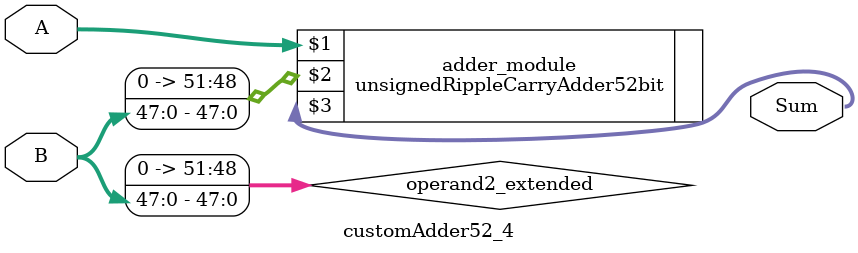
<source format=v>
module customAdder52_4(
                        input [51 : 0] A,
                        input [47 : 0] B,
                        
                        output [52 : 0] Sum
                );

        wire [51 : 0] operand2_extended;
        
        assign operand2_extended =  {4'b0, B};
        
        unsignedRippleCarryAdder52bit adder_module(
            A,
            operand2_extended,
            Sum
        );
        
        endmodule
        
</source>
